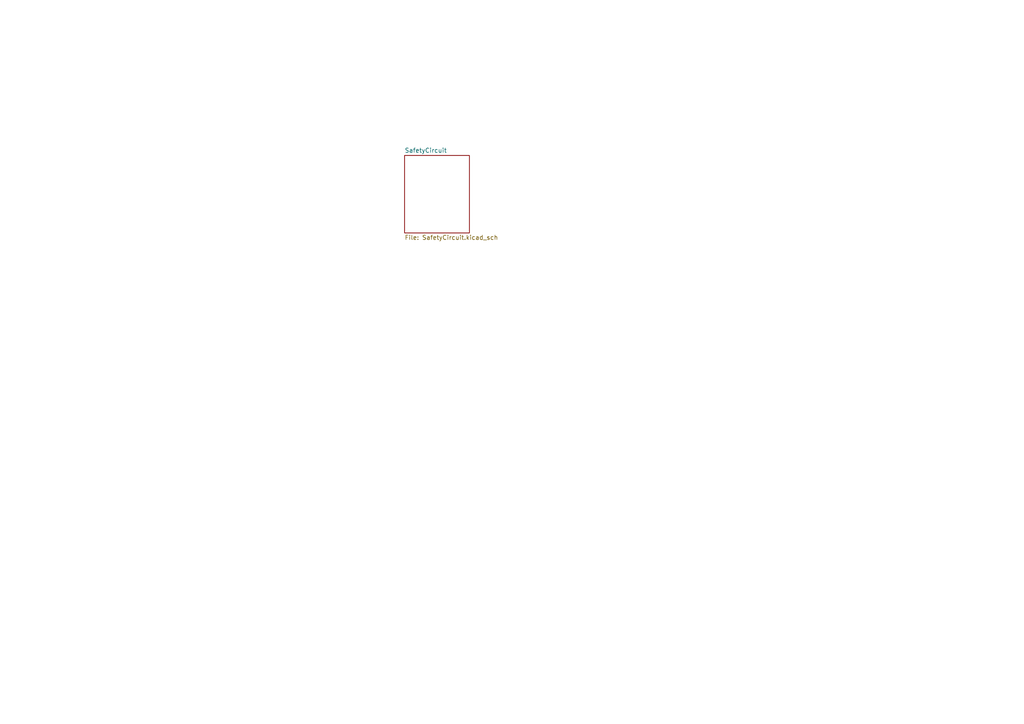
<source format=kicad_sch>
(kicad_sch
	(version 20250114)
	(generator "eeschema")
	(generator_version "9.0")
	(uuid "b8c67688-7b35-4c67-b953-478f2378c784")
	(paper "A4")
	(lib_symbols)
	(sheet
		(at 117.348 45.085)
		(size 18.796 22.479)
		(exclude_from_sim no)
		(in_bom yes)
		(on_board yes)
		(dnp no)
		(fields_autoplaced yes)
		(stroke
			(width 0.1524)
			(type solid)
		)
		(fill
			(color 0 0 0 0.0000)
		)
		(uuid "09595169-b3d4-4a80-9ade-458caa2f0fa0")
		(property "Sheetname" "SafetyCircuit"
			(at 117.348 44.3734 0)
			(effects
				(font
					(size 1.27 1.27)
				)
				(justify left bottom)
			)
		)
		(property "Sheetfile" "SafetyCircuit.kicad_sch"
			(at 117.348 68.1486 0)
			(effects
				(font
					(size 1.27 1.27)
				)
				(justify left top)
			)
		)
		(instances
			(project "controlBoard"
				(path "/b8c67688-7b35-4c67-b953-478f2378c784"
					(page "2")
				)
			)
		)
	)
	(sheet_instances
		(path "/"
			(page "1")
		)
	)
	(embedded_fonts no)
)

</source>
